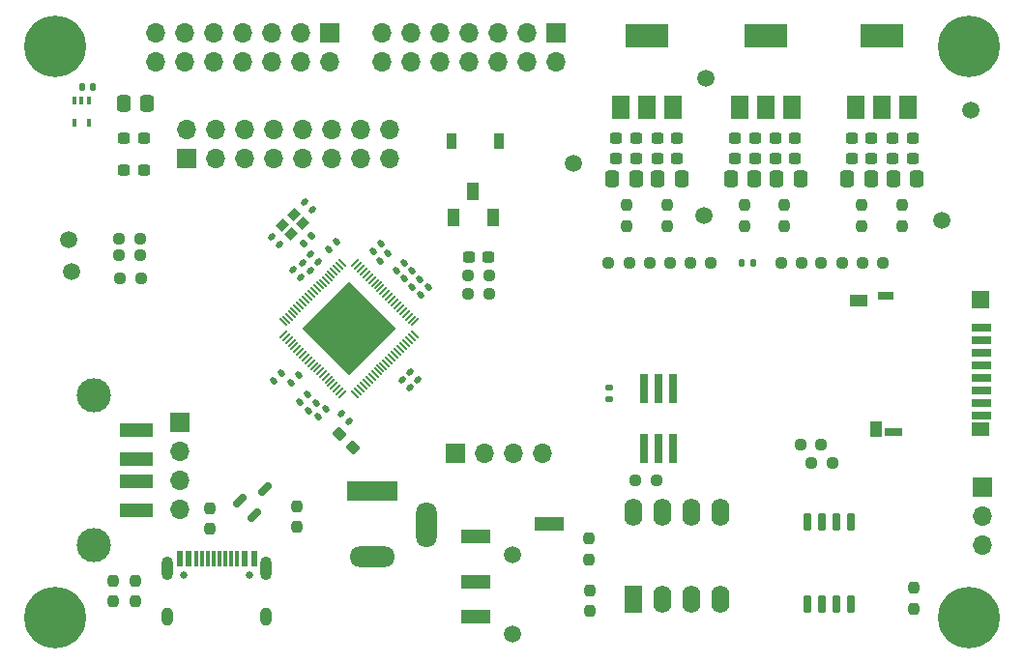
<source format=gbr>
%TF.GenerationSoftware,KiCad,Pcbnew,7.0.1*%
%TF.CreationDate,2023-09-20T00:41:55-04:00*%
%TF.ProjectId,Teacup.kicad_pcb-revB,54656163-7570-42e6-9b69-6361645f7063,B*%
%TF.SameCoordinates,Original*%
%TF.FileFunction,Soldermask,Top*%
%TF.FilePolarity,Negative*%
%FSLAX46Y46*%
G04 Gerber Fmt 4.6, Leading zero omitted, Abs format (unit mm)*
G04 Created by KiCad (PCBNEW 7.0.1) date 2023-09-20 00:41:55*
%MOMM*%
%LPD*%
G01*
G04 APERTURE LIST*
G04 Aperture macros list*
%AMRoundRect*
0 Rectangle with rounded corners*
0 $1 Rounding radius*
0 $2 $3 $4 $5 $6 $7 $8 $9 X,Y pos of 4 corners*
0 Add a 4 corners polygon primitive as box body*
4,1,4,$2,$3,$4,$5,$6,$7,$8,$9,$2,$3,0*
0 Add four circle primitives for the rounded corners*
1,1,$1+$1,$2,$3*
1,1,$1+$1,$4,$5*
1,1,$1+$1,$6,$7*
1,1,$1+$1,$8,$9*
0 Add four rect primitives between the rounded corners*
20,1,$1+$1,$2,$3,$4,$5,0*
20,1,$1+$1,$4,$5,$6,$7,0*
20,1,$1+$1,$6,$7,$8,$9,0*
20,1,$1+$1,$8,$9,$2,$3,0*%
%AMRotRect*
0 Rectangle, with rotation*
0 The origin of the aperture is its center*
0 $1 length*
0 $2 width*
0 $3 Rotation angle, in degrees counterclockwise*
0 Add horizontal line*
21,1,$1,$2,0,0,$3*%
G04 Aperture macros list end*
%ADD10RoundRect,0.237500X0.300000X0.237500X-0.300000X0.237500X-0.300000X-0.237500X0.300000X-0.237500X0*%
%ADD11RoundRect,0.237500X-0.300000X-0.237500X0.300000X-0.237500X0.300000X0.237500X-0.300000X0.237500X0*%
%ADD12C,1.500000*%
%ADD13RoundRect,0.140000X-0.219203X-0.021213X-0.021213X-0.219203X0.219203X0.021213X0.021213X0.219203X0*%
%ADD14R,1.500000X2.000000*%
%ADD15R,3.800000X2.000000*%
%ADD16C,0.800000*%
%ADD17C,5.400000*%
%ADD18R,0.400000X0.650000*%
%ADD19RoundRect,0.250000X-0.337500X-0.475000X0.337500X-0.475000X0.337500X0.475000X-0.337500X0.475000X0*%
%ADD20R,1.000000X1.600000*%
%ADD21RoundRect,0.140000X0.219203X0.021213X0.021213X0.219203X-0.219203X-0.021213X-0.021213X-0.219203X0*%
%ADD22RoundRect,0.237500X0.237500X-0.250000X0.237500X0.250000X-0.237500X0.250000X-0.237500X-0.250000X0*%
%ADD23R,1.700000X1.700000*%
%ADD24O,1.700000X1.700000*%
%ADD25RoundRect,0.237500X0.250000X0.237500X-0.250000X0.237500X-0.250000X-0.237500X0.250000X-0.237500X0*%
%ADD26RoundRect,0.250000X0.337500X0.475000X-0.337500X0.475000X-0.337500X-0.475000X0.337500X-0.475000X0*%
%ADD27RoundRect,0.237500X-0.250000X-0.237500X0.250000X-0.237500X0.250000X0.237500X-0.250000X0.237500X0*%
%ADD28RoundRect,0.140000X0.021213X-0.219203X0.219203X-0.021213X-0.021213X0.219203X-0.219203X0.021213X0*%
%ADD29R,0.950000X1.400000*%
%ADD30R,1.750000X0.700000*%
%ADD31R,1.000000X1.450000*%
%ADD32R,1.550000X1.000000*%
%ADD33R,1.500000X0.800000*%
%ADD34R,1.500000X1.300000*%
%ADD35R,1.500000X1.500000*%
%ADD36R,1.400000X0.800000*%
%ADD37C,0.650000*%
%ADD38R,0.600000X1.450000*%
%ADD39R,0.300000X1.450000*%
%ADD40O,1.000000X2.100000*%
%ADD41O,1.000000X1.600000*%
%ADD42R,2.500000X1.200000*%
%ADD43RoundRect,0.150000X-0.256326X-0.468458X0.468458X0.256326X0.256326X0.468458X-0.468458X-0.256326X0*%
%ADD44RoundRect,0.140000X-0.021213X0.219203X-0.219203X0.021213X0.021213X-0.219203X0.219203X-0.021213X0*%
%ADD45RotRect,0.150000X0.850000X45.000000*%
%ADD46RotRect,0.150000X0.850000X315.000000*%
%ADD47RotRect,5.800000X5.800000X315.000000*%
%ADD48RoundRect,0.150000X0.150000X-0.650000X0.150000X0.650000X-0.150000X0.650000X-0.150000X-0.650000X0*%
%ADD49RoundRect,0.140000X0.170000X-0.140000X0.170000X0.140000X-0.170000X0.140000X-0.170000X-0.140000X0*%
%ADD50R,3.000000X1.250000*%
%ADD51C,3.000000*%
%ADD52RoundRect,0.237500X-0.380070X0.044194X0.044194X-0.380070X0.380070X-0.044194X-0.044194X0.380070X0*%
%ADD53RoundRect,0.237500X-0.237500X0.250000X-0.237500X-0.250000X0.237500X-0.250000X0.237500X0.250000X0*%
%ADD54R,1.600000X2.400000*%
%ADD55O,1.600000X2.400000*%
%ADD56R,0.760000X2.650000*%
%ADD57RoundRect,0.140000X0.140000X0.170000X-0.140000X0.170000X-0.140000X-0.170000X0.140000X-0.170000X0*%
%ADD58RotRect,0.900000X0.800000X45.000000*%
%ADD59R,4.400000X1.800000*%
%ADD60O,4.000000X1.800000*%
%ADD61O,1.800000X4.000000*%
%ADD62RoundRect,0.135000X0.035355X-0.226274X0.226274X-0.035355X-0.035355X0.226274X-0.226274X0.035355X0*%
%ADD63RoundRect,0.140000X-0.140000X-0.170000X0.140000X-0.170000X0.140000X0.170000X-0.140000X0.170000X0*%
G04 APERTURE END LIST*
D10*
%TO.C,C19*%
X37922500Y-18419999D03*
X36197500Y-18419999D03*
%TD*%
D11*
%TO.C,C2*%
X52737500Y-9800000D03*
X54462500Y-9800000D03*
%TD*%
D12*
%TO.C,TP8*%
X80200000Y-5600000D03*
%TD*%
D13*
%TO.C,C20*%
X18951922Y-16693954D03*
X19630744Y-17372776D03*
%TD*%
D14*
%TO.C,U2*%
X59900000Y-5350000D03*
X62200000Y-5350000D03*
D15*
X62200000Y950000D03*
D14*
X64500000Y-5350000D03*
%TD*%
D16*
%TO.C,H4*%
X77975000Y0D03*
X78568109Y1431891D03*
X78568109Y-1431891D03*
X80000000Y2025000D03*
D17*
X80000000Y0D03*
D16*
X80000000Y-2025000D03*
X81431891Y1431891D03*
X81431891Y-1431891D03*
X82025000Y0D03*
%TD*%
D18*
%TO.C,U6*%
X2950000Y-4750000D03*
X2300000Y-4750000D03*
X1650000Y-4750000D03*
X1650000Y-6650000D03*
X2950000Y-6650000D03*
%TD*%
D19*
%TO.C,C1*%
X52762500Y-11600000D03*
X54837500Y-11600000D03*
%TD*%
D20*
%TO.C,S1*%
X34850000Y-15000000D03*
X36600000Y-12700000D03*
X38350000Y-15000000D03*
%TD*%
D12*
%TO.C,TP6*%
X77600000Y-15200000D03*
%TD*%
D21*
%TO.C,C37*%
X21529411Y-20209411D03*
X20850589Y-19530589D03*
%TD*%
D22*
%TO.C,R2*%
X53600000Y-15712500D03*
X53600000Y-13887500D03*
%TD*%
%TO.C,R3*%
X50000000Y-15712500D03*
X50000000Y-13887500D03*
%TD*%
D16*
%TO.C,H3*%
X77975000Y-50000000D03*
X78568109Y-48568109D03*
X78568109Y-51431891D03*
X80000000Y-47975000D03*
D17*
X80000000Y-50000000D03*
D16*
X80000000Y-52025000D03*
X81431891Y-48568109D03*
X81431891Y-51431891D03*
X82025000Y-50000000D03*
%TD*%
D23*
%TO.C,J12*%
X35010000Y-35590000D03*
D24*
X37550000Y-35590000D03*
X40090000Y-35590000D03*
X42630000Y-35590000D03*
%TD*%
D25*
%TO.C,R27*%
X7512500Y-20300000D03*
X5687500Y-20300000D03*
%TD*%
%TO.C,R28*%
X7412500Y-18300000D03*
X5587500Y-18300000D03*
%TD*%
D26*
%TO.C,C16*%
X75437500Y-11600000D03*
X73362500Y-11600000D03*
%TD*%
D27*
%TO.C,R18*%
X55587500Y-18987500D03*
X57412500Y-18987500D03*
%TD*%
D11*
%TO.C,C29*%
X6037500Y-8000000D03*
X7762500Y-8000000D03*
%TD*%
D13*
%TO.C,C21*%
X21855224Y-13612939D03*
X22534046Y-14291761D03*
%TD*%
%TO.C,C38*%
X31100589Y-28500589D03*
X31779411Y-29179411D03*
%TD*%
D23*
%TO.C,J7*%
X43825000Y1175000D03*
D24*
X43825000Y-1365000D03*
X41285000Y1175000D03*
X41285000Y-1365000D03*
X38745000Y1175000D03*
X38745000Y-1365000D03*
X36205000Y1175000D03*
X36205000Y-1365000D03*
X33665000Y1175000D03*
X33665000Y-1365000D03*
X31125000Y1175000D03*
X31125000Y-1365000D03*
X28585000Y1175000D03*
X28585000Y-1365000D03*
%TD*%
D27*
%TO.C,R17*%
X63537500Y-18987500D03*
X65362500Y-18987500D03*
%TD*%
D10*
%TO.C,C18*%
X75062500Y-8000000D03*
X73337500Y-8000000D03*
%TD*%
D27*
%TO.C,R13*%
X66217500Y-36480000D03*
X68042500Y-36480000D03*
%TD*%
D22*
%TO.C,R8*%
X70600000Y-15712500D03*
X70600000Y-13887500D03*
%TD*%
D28*
%TO.C,C25*%
X23960589Y-17739411D03*
X24639411Y-17060589D03*
%TD*%
D29*
%TO.C,S2*%
X34682500Y-8280000D03*
X38832500Y-8280000D03*
%TD*%
D21*
%TO.C,C30*%
X23039411Y-18889411D03*
X22360589Y-18210589D03*
%TD*%
D27*
%TO.C,R15*%
X70662500Y-18987500D03*
X72487500Y-18987500D03*
%TD*%
D30*
%TO.C,J2*%
X81110000Y-24645000D03*
X81110000Y-25745000D03*
X81110000Y-26845000D03*
X81110000Y-27945000D03*
X81110000Y-29045000D03*
X81110000Y-30145000D03*
X81110000Y-31245000D03*
X81110000Y-32345000D03*
D31*
X71885000Y-33470000D03*
D32*
X70310000Y-22245000D03*
D33*
X73385000Y-33795000D03*
D34*
X80985000Y-33545000D03*
D35*
X80985000Y-22195000D03*
D36*
X72735000Y-21845000D03*
%TD*%
D37*
%TO.C,J1*%
X11252500Y-46267500D03*
X17032500Y-46267500D03*
D38*
X10892500Y-44822500D03*
X11692500Y-44822500D03*
D39*
X12892500Y-44822500D03*
X13892500Y-44822500D03*
X14392500Y-44822500D03*
X15392500Y-44822500D03*
D38*
X16592500Y-44822500D03*
X17392500Y-44822500D03*
X17392500Y-44822500D03*
X16592500Y-44822500D03*
D39*
X15892500Y-44822500D03*
X14892500Y-44822500D03*
X13392500Y-44822500D03*
X12392500Y-44822500D03*
D38*
X11692500Y-44822500D03*
X10892500Y-44822500D03*
D40*
X9822500Y-45737500D03*
D41*
X9822500Y-49917500D03*
D40*
X18462500Y-45737500D03*
D41*
X18462500Y-49917500D03*
%TD*%
D11*
%TO.C,C15*%
X69737500Y-8000000D03*
X71462500Y-8000000D03*
%TD*%
D12*
%TO.C,J10*%
X40030000Y-51495000D03*
X40030000Y-44495000D03*
D42*
X36780000Y-46895000D03*
X36780000Y-49895000D03*
X43280000Y-41795000D03*
X36780000Y-42895000D03*
%TD*%
D10*
%TO.C,C5*%
X50862500Y-9800000D03*
X49137500Y-9800000D03*
%TD*%
D12*
%TO.C,TP1*%
X56800000Y-14800000D03*
%TD*%
D43*
%TO.C,D1*%
X16119581Y-39736917D03*
X17463083Y-41080419D03*
X18400000Y-38800000D03*
%TD*%
D10*
%TO.C,C12*%
X61262500Y-8000000D03*
X59537500Y-8000000D03*
%TD*%
D25*
%TO.C,R19*%
X53862500Y-18987500D03*
X52037500Y-18987500D03*
%TD*%
D44*
%TO.C,C43*%
X23689411Y-31760589D03*
X23010589Y-32439411D03*
%TD*%
%TO.C,C44*%
X19789411Y-28610589D03*
X19110589Y-29289411D03*
%TD*%
D45*
%TO.C,IC1*%
X25151992Y-18954757D03*
X24904505Y-19202245D03*
X24657017Y-19449732D03*
X24409530Y-19697220D03*
X24162043Y-19944707D03*
X23914555Y-20192194D03*
X23667068Y-20439682D03*
X23419581Y-20687169D03*
X23172093Y-20934656D03*
X22924606Y-21182144D03*
X22677119Y-21429631D03*
X22429631Y-21677119D03*
X22182144Y-21924606D03*
X21934656Y-22172093D03*
X21687169Y-22419581D03*
X21439682Y-22667068D03*
X21192194Y-22914555D03*
X20944707Y-23162043D03*
X20697220Y-23409530D03*
X20449732Y-23657017D03*
X20202245Y-23904505D03*
X19954757Y-24151992D03*
D46*
X19954757Y-25248008D03*
X20202245Y-25495495D03*
X20449732Y-25742983D03*
X20697220Y-25990470D03*
X20944707Y-26237957D03*
X21192194Y-26485445D03*
X21439682Y-26732932D03*
X21687169Y-26980419D03*
X21934656Y-27227907D03*
X22182144Y-27475394D03*
X22429631Y-27722881D03*
X22677119Y-27970369D03*
X22924606Y-28217856D03*
X23172093Y-28465344D03*
X23419581Y-28712831D03*
X23667068Y-28960318D03*
X23914555Y-29207806D03*
X24162043Y-29455293D03*
X24409530Y-29702780D03*
X24657017Y-29950268D03*
X24904505Y-30197755D03*
X25151992Y-30445243D03*
D45*
X26248008Y-30445243D03*
X26495495Y-30197755D03*
X26742983Y-29950268D03*
X26990470Y-29702780D03*
X27237957Y-29455293D03*
X27485445Y-29207806D03*
X27732932Y-28960318D03*
X27980419Y-28712831D03*
X28227907Y-28465344D03*
X28475394Y-28217856D03*
X28722881Y-27970369D03*
X28970369Y-27722881D03*
X29217856Y-27475394D03*
X29465344Y-27227907D03*
X29712831Y-26980419D03*
X29960318Y-26732932D03*
X30207806Y-26485445D03*
X30455293Y-26237957D03*
X30702780Y-25990470D03*
X30950268Y-25742983D03*
X31197755Y-25495495D03*
X31445243Y-25248008D03*
D46*
X31445243Y-24151992D03*
X31197755Y-23904505D03*
X30950268Y-23657017D03*
X30702780Y-23409530D03*
X30455293Y-23162043D03*
X30207806Y-22914555D03*
X29960318Y-22667068D03*
X29712831Y-22419581D03*
X29465344Y-22172093D03*
X29217856Y-21924606D03*
X28970369Y-21677119D03*
X28722881Y-21429631D03*
X28475394Y-21182144D03*
X28227907Y-20934656D03*
X27980419Y-20687169D03*
X27732932Y-20439682D03*
X27485445Y-20192194D03*
X27237957Y-19944707D03*
X26990470Y-19697220D03*
X26742983Y-19449732D03*
X26495495Y-19202245D03*
X26248008Y-18954757D03*
D47*
X25700000Y-24700000D03*
%TD*%
D25*
%TO.C,R16*%
X68912500Y-18987500D03*
X67087500Y-18987500D03*
%TD*%
D23*
%TO.C,J6*%
X24025000Y1175000D03*
D24*
X24025000Y-1365000D03*
X21485000Y1175000D03*
X21485000Y-1365000D03*
X18945000Y1175000D03*
X18945000Y-1365000D03*
X16405000Y1175000D03*
X16405000Y-1365000D03*
X13865000Y1175000D03*
X13865000Y-1365000D03*
X11325000Y1175000D03*
X11325000Y-1365000D03*
X8785000Y1175000D03*
X8785000Y-1365000D03*
%TD*%
D22*
%TO.C,R1*%
X5050000Y-48622500D03*
X5050000Y-46797500D03*
%TD*%
%TO.C,R12*%
X75200000Y-49232500D03*
X75200000Y-47407500D03*
%TD*%
D14*
%TO.C,U3*%
X70100000Y-5350000D03*
X72400000Y-5350000D03*
D15*
X72400000Y950000D03*
D14*
X74700000Y-5350000D03*
%TD*%
D25*
%TO.C,R11*%
X37972500Y-20020000D03*
X36147500Y-20020000D03*
%TD*%
D16*
%TO.C,H1*%
X-2025000Y-50000000D03*
X-1431891Y-48568109D03*
X-1431891Y-51431891D03*
X0Y-47975000D03*
D17*
X0Y-50000000D03*
D16*
X0Y-52025000D03*
X1431891Y-48568109D03*
X1431891Y-51431891D03*
X2025000Y-50000000D03*
%TD*%
D19*
%TO.C,C13*%
X69362500Y-11600000D03*
X71437500Y-11600000D03*
%TD*%
D44*
%TO.C,C39*%
X22109411Y-30450589D03*
X21430589Y-31129411D03*
%TD*%
D12*
%TO.C,TP2*%
X45400000Y-10200000D03*
%TD*%
D14*
%TO.C,U1*%
X49500000Y-5350000D03*
X51800000Y-5350000D03*
D15*
X51800000Y950000D03*
D14*
X54100000Y-5350000D03*
%TD*%
D11*
%TO.C,C9*%
X63037500Y-8000000D03*
X64762500Y-8000000D03*
%TD*%
D48*
%TO.C,U4*%
X65835000Y-48810000D03*
X67105000Y-48810000D03*
X68375000Y-48810000D03*
X69645000Y-48810000D03*
X69645000Y-41610000D03*
X68375000Y-41610000D03*
X67105000Y-41610000D03*
X65835000Y-41610000D03*
%TD*%
D12*
%TO.C,TP7*%
X1400000Y-19700000D03*
%TD*%
D23*
%TO.C,J5*%
X81170000Y-38570000D03*
D24*
X81170000Y-41110000D03*
X81170000Y-43650000D03*
%TD*%
D11*
%TO.C,C33*%
X6037500Y-10800000D03*
X7762500Y-10800000D03*
%TD*%
D23*
%TO.C,J4*%
X11525000Y-9775000D03*
D24*
X11525000Y-7235000D03*
X14065000Y-9775000D03*
X14065000Y-7235000D03*
X16605000Y-9775000D03*
X16605000Y-7235000D03*
X19145000Y-9775000D03*
X19145000Y-7235000D03*
X21685000Y-9775000D03*
X21685000Y-7235000D03*
X24225000Y-9775000D03*
X24225000Y-7235000D03*
X26765000Y-9775000D03*
X26765000Y-7235000D03*
X29305000Y-9775000D03*
X29305000Y-7235000D03*
%TD*%
D23*
%TO.C,J11*%
X10890000Y-32910000D03*
D24*
X10890000Y-35450000D03*
X10890000Y-37990000D03*
X10890000Y-40530000D03*
%TD*%
D21*
%TO.C,C34*%
X22339411Y-19589411D03*
X21660589Y-18910589D03*
%TD*%
D49*
%TO.C,C23*%
X48500000Y-30870000D03*
X48500000Y-29910000D03*
%TD*%
D50*
%TO.C,J3*%
X7080000Y-33600000D03*
X7080000Y-36100000D03*
X7080000Y-38100000D03*
X7080000Y-40600000D03*
D51*
X3400000Y-30530000D03*
X3400000Y-43670000D03*
%TD*%
D10*
%TO.C,C11*%
X61262500Y-9800000D03*
X59537500Y-9800000D03*
%TD*%
D22*
%TO.C,R9*%
X74200000Y-15712500D03*
X74200000Y-13887500D03*
%TD*%
D28*
%TO.C,C46*%
X31960589Y-21739411D03*
X32639411Y-21060589D03*
%TD*%
%TO.C,C45*%
X28460589Y-18739411D03*
X29139411Y-18060589D03*
%TD*%
D16*
%TO.C,H2*%
X-2025000Y0D03*
X-1431891Y1431891D03*
X-1431891Y-1431891D03*
X0Y2025000D03*
D17*
X0Y0D03*
D16*
X0Y-2025000D03*
X1431891Y1431891D03*
X1431891Y-1431891D03*
X2025000Y0D03*
%TD*%
D11*
%TO.C,C8*%
X63075000Y-9800000D03*
X64800000Y-9800000D03*
%TD*%
D25*
%TO.C,R22*%
X52612500Y-37990000D03*
X50787500Y-37990000D03*
%TD*%
D52*
%TO.C,C22*%
X24890120Y-33940120D03*
X26109880Y-35159880D03*
%TD*%
D10*
%TO.C,C6*%
X50862500Y-8000000D03*
X49137500Y-8000000D03*
%TD*%
D53*
%TO.C,R23*%
X46750000Y-43117500D03*
X46750000Y-44942500D03*
%TD*%
D22*
%TO.C,R25*%
X7000000Y-48622500D03*
X7000000Y-46797500D03*
%TD*%
%TO.C,R24*%
X46780000Y-49452500D03*
X46780000Y-47627500D03*
%TD*%
D10*
%TO.C,C17*%
X75062500Y-9800000D03*
X73337500Y-9800000D03*
%TD*%
D54*
%TO.C,U5*%
X50600000Y-48440000D03*
D55*
X53140000Y-48440000D03*
X55680000Y-48440000D03*
X58220000Y-48440000D03*
X58220000Y-40820000D03*
X55680000Y-40820000D03*
X53140000Y-40820000D03*
X50600000Y-40820000D03*
%TD*%
D13*
%TO.C,C42*%
X30350589Y-29200589D03*
X31029411Y-29879411D03*
%TD*%
D22*
%TO.C,R7*%
X60400000Y-15712500D03*
X60400000Y-13887500D03*
%TD*%
D28*
%TO.C,C41*%
X30540589Y-20339411D03*
X31219411Y-19660589D03*
%TD*%
%TO.C,C26*%
X31250589Y-21029411D03*
X31929411Y-20350589D03*
%TD*%
D44*
%TO.C,C32*%
X21339411Y-28810589D03*
X20660589Y-29489411D03*
%TD*%
D56*
%TO.C,SW1*%
X51530000Y-35215000D03*
X52800000Y-35215000D03*
X54070000Y-35215000D03*
X54070000Y-29965000D03*
X52800000Y-29965000D03*
X51530000Y-29965000D03*
%TD*%
D57*
%TO.C,C40*%
X3280000Y-3500000D03*
X2320000Y-3500000D03*
%TD*%
D13*
%TO.C,C31*%
X25010589Y-32160589D03*
X25689411Y-32839411D03*
%TD*%
D25*
%TO.C,R10*%
X37972500Y-21619999D03*
X36147500Y-21619999D03*
%TD*%
%TO.C,R14*%
X67082500Y-34840000D03*
X65257500Y-34840000D03*
%TD*%
D19*
%TO.C,C7*%
X63162500Y-11600000D03*
X65237500Y-11600000D03*
%TD*%
D22*
%TO.C,R5*%
X21170000Y-42072500D03*
X21170000Y-40247500D03*
%TD*%
D44*
%TO.C,C28*%
X22849411Y-31210589D03*
X22170589Y-31889411D03*
%TD*%
D58*
%TO.C,Y1*%
X20652514Y-16450000D03*
X21642463Y-15460051D03*
X20864646Y-14682234D03*
X19874697Y-15672183D03*
%TD*%
D59*
%TO.C,J8*%
X27740000Y-38900000D03*
D60*
X27740000Y-44700000D03*
D61*
X32540000Y-41900000D03*
%TD*%
D28*
%TO.C,C36*%
X27860589Y-17939411D03*
X28539411Y-17260589D03*
%TD*%
D22*
%TO.C,R6*%
X63800000Y-15712500D03*
X63800000Y-13887500D03*
%TD*%
D25*
%TO.C,R26*%
X7412500Y-16800000D03*
X5587500Y-16800000D03*
%TD*%
D11*
%TO.C,C14*%
X69737500Y-9800000D03*
X71462500Y-9800000D03*
%TD*%
D62*
%TO.C,R21*%
X21730852Y-17280852D03*
X22452100Y-16559604D03*
%TD*%
D11*
%TO.C,C3*%
X52737500Y-8000000D03*
X54462500Y-8000000D03*
%TD*%
D27*
%TO.C,R20*%
X48437500Y-18987500D03*
X50262500Y-18987500D03*
%TD*%
D12*
%TO.C,TP4*%
X57000000Y-2800000D03*
%TD*%
D53*
%TO.C,R4*%
X13530000Y-40437500D03*
X13530000Y-42262500D03*
%TD*%
D28*
%TO.C,C35*%
X29840589Y-19619411D03*
X30519411Y-18940589D03*
%TD*%
D26*
%TO.C,C10*%
X61237500Y-11600000D03*
X59162500Y-11600000D03*
%TD*%
D12*
%TO.C,TP9*%
X1200000Y-16900000D03*
%TD*%
D63*
%TO.C,C24*%
X60145000Y-18987500D03*
X61105000Y-18987500D03*
%TD*%
D19*
%TO.C,C27*%
X5962500Y-5000000D03*
X8037500Y-5000000D03*
%TD*%
D26*
%TO.C,C4*%
X50837500Y-11600000D03*
X48762500Y-11600000D03*
%TD*%
M02*

</source>
